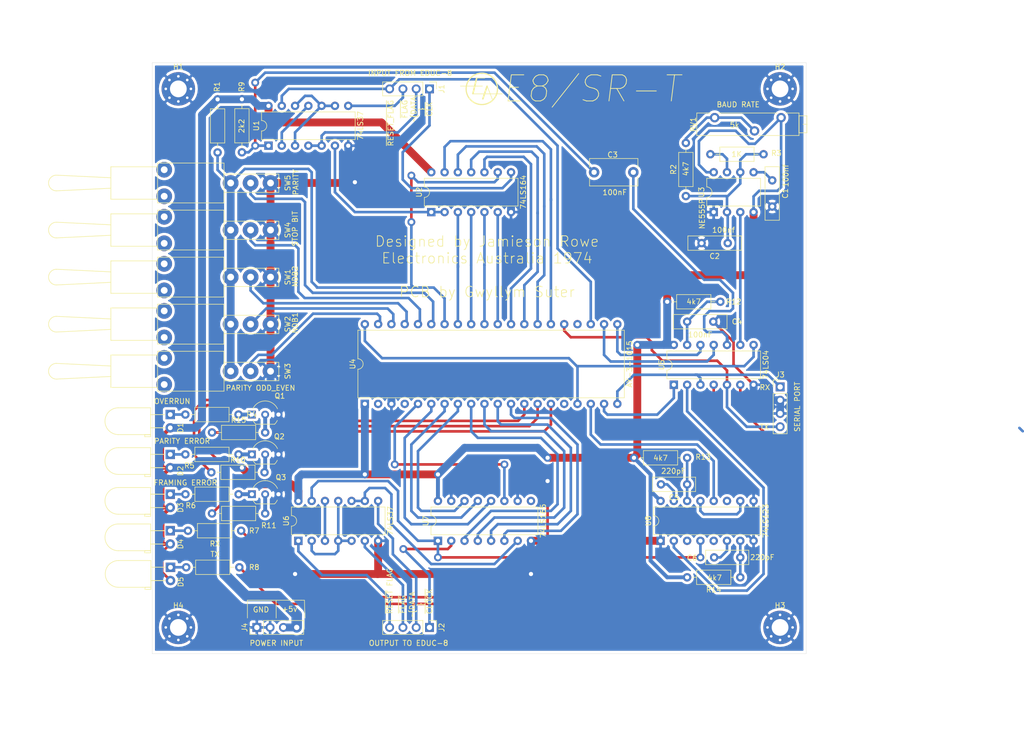
<source format=kicad_pcb>
(kicad_pcb (version 20211014) (generator pcbnew)
  (layers (0 "F.Cu" signal) (31 "B.Cu" signal) (34 "B.Paste" user) (35 "F.Paste" user) (36 "B.SilkS" user "B.Silkscreen") (37 "F.SilkS" user "F.Silkscreen") (38 "B.Mask" user) (39 "F.Mask" user) (44 "Edge.Cuts" user))
  (net 0 "")
  (net 1 "GND")
  (net 2 "Net-(C1-Pad1)")
  (net 3 "Net-(C2-Pad1)")
  (net 4 "+5V")
  (net 5 "Net-(R3-Pad2)")
  (net 6 "Net-(SW1-Pad2)")
  (net 7 "Net-(SW2-Pad2)")
  (net 8 "Net-(SW3-Pad2)")
  (net 9 "Net-(SW4-Pad2)")
  (net 10 "Net-(SW5-Pad2)")
  (net 11 "Net-(U1-Pad6)")
  (net 12 "Net-(U1-Pad11)")
  (net 13 "Net-(U1-Pad10)")
  (net 14 "Net-(U4-Pad16)")
  (net 15 "Net-(U4-Pad12)")
  (net 16 "Net-(U4-Pad11)")
  (net 17 "Net-(U4-Pad10)")
  (net 18 "Net-(U4-Pad9)")
  (net 19 "Net-(U4-Pad8)")
  (net 20 "Net-(U4-Pad7)")
  (net 21 "Net-(U4-Pad6)")
  (net 22 "Net-(U4-Pad5)")
  (net 23 "Net-(U4-Pad24)")
  (net 24 "Net-(U4-Pad4)")
  (net 25 "Net-(U4-Pad2)")
  (net 26 "Net-(U4-Pad21)")
  (net 27 "Net-(U5-Pad2)")
  (net 28 "Net-(D1-Pad1)")
  (net 29 "Net-(D2-Pad1)")
  (net 30 "Net-(D3-Pad1)")
  (net 31 "Net-(D4-Pad1)")
  (net 32 "Net-(R2-Pad2)")
  (net 33 "Net-(R7-Pad1)")
  (net 34 "Net-(D5-Pad1)")
  (net 35 "Net-(R8-Pad1)")
  (net 36 "TX")
  (net 37 "RX")
  (net 38 "OVERRUN")
  (net 39 "Net-(C3-Pad2)")
  (net 40 "Net-(C3-Pad1)")
  (net 41 "Net-(C4-Pad1)")
  (net 42 "Net-(C5-Pad2)")
  (net 43 "Net-(C5-Pad1)")
  (net 44 "Net-(C6-Pad2)")
  (net 45 "Net-(C6-Pad1)")
  (net 46 "~{INPUT_RESET_FLAG}")
  (net 47 "~{INPUT_FLAG}")
  (net 48 "~{INPUT_DATA}")
  (net 49 "~{INPUT_CLOCK}")
  (net 50 "Net-(Q1-Pad1)")
  (net 51 "Net-(Q2-Pad1)")
  (net 52 "Net-(Q2-Pad2)")
  (net 53 "Net-(Q3-Pad1)")
  (net 54 "Net-(Q3-Pad2)")
  (net 55 "PARITY_ERROR")
  (net 56 "FRAMING_ERROR")
  (net 57 "Net-(U2-Pad13)")
  (net 58 "Net-(U2-Pad6)")
  (net 59 "Net-(U2-Pad12)")
  (net 60 "Net-(U2-Pad5)")
  (net 61 "Net-(U2-Pad11)")
  (net 62 "Net-(U2-Pad4)")
  (net 63 "Net-(U2-Pad10)")
  (net 64 "Net-(U2-Pad3)")
  (net 65 "Net-(U3-Pad3)")
  (net 66 "Net-(U4-Pad17)")
  (net 67 "ODA")
  (net 68 "~{RDA}")
  (net 69 "TBMT")
  (net 70 "~{OUTPUT_FLAG}")
  (net 71 "SL")
  (net 72 "Net-(U6-Pad11)")
  (net 73 "Net-(U6-Pad10)")
  (net 74 "OUTPUT_DATA")
  (net 75 "~{OUTPUT_RESET_FLAG}")
  (net 76 "~{OUT_CLOCK}")
  (net 77 "Net-(U7-Pad9)")
  (net 78 "Net-(U8-Pad10)")
  (net 79 "Net-(U8-Pad5)")
  (net 80 "Net-(U8-Pad11)")
  (net 81 "Net-(U8-Pad3)")
  (net 82 "Net-(Q1-Pad2)")
  (net 83 "Net-(U6-Pad12)")
  (net 84 "~{CLR}")
  (footprint "Capacitor_THT:C_Disc_D10.0mm_W2.5mm_P5.00mm" (layer "F.Cu") (at 158.5 69.5 -90)
    (fp_text reference "C1")
    (fp_text value "100nf")
  )
  (footprint "Resistor_THT:R_Axial_DIN0207_L6.3mm_D2.5mm_P10.16mm_Horizontal" (layer "F.Cu") (at 52.5 54 -90)
    (fp_text reference "R1")
    (fp_text value "R")
  )
  (footprint "Resistor_THT:R_Axial_DIN0207_L6.3mm_D2.5mm_P10.16mm_Horizontal" (layer "F.Cu") (at 142 72.5 90)
    (fp_text reference "R2")
    (fp_text value "4k7")
  )
  (footprint "Resistor_THT:R_Axial_DIN0207_L6.3mm_D2.5mm_P10.16mm_Horizontal" (layer "F.Cu") (at 156.845 64.5 180)
    (fp_text reference "R3")
    (fp_text value "1K")
  )
  (footprint "Altronics:S1320_SPDP_Toggle_switch_PCB_right_angle" (layer "F.Cu") (at 55 88 90)
    (fp_text reference "SW1")
    (fp_text value "NDB2")
  )
  (footprint "Altronics:S1320_SPDP_Toggle_switch_PCB_right_angle" (layer "F.Cu") (at 55 97 90)
    (fp_text reference "SW2")
    (fp_text value "NDB1")
  )
  (footprint "Altronics:S1320_SPDP_Toggle_switch_PCB_right_angle" (layer "F.Cu") (at 55 106 90)
    (fp_text reference "SW3")
    (fp_text value " PARITY ODD_EVEN")
  )
  (footprint "Altronics:S1320_SPDP_Toggle_switch_PCB_right_angle" (layer "F.Cu") (at 55 79 90)
    (fp_text reference "SW4")
    (fp_text value "STOP BIT")
  )
  (footprint "Altronics:S1320_SPDP_Toggle_switch_PCB_right_angle" (layer "F.Cu") (at 55 70 90)
    (fp_text reference "SW5")
    (fp_text value "PARITY ")
  )
  (footprint "Package_DIP:DIP-14_W7.62mm" (layer "F.Cu") (at 139.7 108.585 90)
    (fp_text reference "U5")
    (fp_text value "74LS04")
  )
  (footprint "Package_DIP:DIP-8_W7.62mm" (layer "F.Cu") (at 147.32 75.565 90)
    (fp_text reference "U3")
    (fp_text value "NE555P")
  )
  (footprint "Package_DIP:DIP-40_W15.24mm" (layer "F.Cu") (at 80.645 112.24 90)
    (fp_text reference "U4")
    (fp_text value "AY-3-1015")
  )
  (footprint "Package_DIP:DIP-16_W7.62mm" (layer "F.Cu") (at 94.615 138.43 90)
    (fp_text reference "U7")
    (fp_text value "74LS165")
  )
  (footprint "Capacitor_THT:C_Disc_D10.0mm_W2.5mm_P5.00mm" (layer "F.Cu") (at 150 81.5 180)
    (fp_text reference "C2")
    (fp_text value "100nf")
  )
  (footprint "LED_THT:LED_D5.0mm_Horizontal_O3.81mm_Z9.0mm" (layer "F.Cu") (at 43.45 114.285 -90)
    (fp_text reference "D1")
    (fp_text value "OVERRUN")
  )
  (footprint "LED_THT:LED_D5.0mm_Horizontal_O3.81mm_Z9.0mm" (layer "F.Cu") (at 43.45 121.905 -90)
    (fp_text reference "D2")
    (fp_text value "PARITY ERROR")
  )
  (footprint "LED_THT:LED_D5.0mm_Horizontal_O3.81mm_Z9.0mm" (layer "F.Cu") (at 43.45 129.525 -90)
    (fp_text reference "D3")
    (fp_text value "FRAMING ERROR")
  )
  (footprint "LED_THT:LED_D5.0mm_Horizontal_O3.81mm_Z9.0mm" (layer "F.Cu") (at 43.45 136.5 -90)
    (fp_text reference "D4")
    (fp_text value "RX")
  )
  (footprint "Resistor_THT:R_Axial_DIN0207_L6.3mm_D2.5mm_P10.16mm_Horizontal" (layer "F.Cu") (at 56.5 114.285 180)
    (fp_text reference "R4")
    (fp_text value "180R")
  )
  (footprint "Resistor_THT:R_Axial_DIN0207_L6.3mm_D2.5mm_P10.16mm_Horizontal" (layer "F.Cu") (at 56.5 121.905 180)
    (fp_text reference "R5")
    (fp_text value "180R")
  )
  (footprint "Resistor_THT:R_Axial_DIN0207_L6.3mm_D2.5mm_P10.16mm_Horizontal" (layer "F.Cu") (at 56.515 129.525 180)
    (fp_text reference "R6")
    (fp_text value "180R")
  )
  (footprint "Resistor_THT:R_Axial_DIN0207_L6.3mm_D2.5mm_P10.16mm_Horizontal" (layer "F.Cu") (at 57 136.5 180)
    (fp_text reference "R7")
    (fp_text value "180R")
  )
  (footprint "LED_THT:LED_D5.0mm_Horizontal_O3.81mm_Z9.0mm" (layer "F.Cu") (at 43.5 143.495 -90)
    (fp_text reference "D5")
    (fp_text value "TX")
  )
  (footprint "Resistor_THT:R_Axial_DIN0207_L6.3mm_D2.5mm_P10.16mm_Horizontal" (layer "F.Cu") (at 56.66 143.495 180)
    (fp_text reference "R8")
    (fp_text value "180R")
  )
  (footprint "Resistor_THT:R_Axial_DIN0207_L6.3mm_D2.5mm_P10.16mm_Horizontal" (layer "F.Cu") (at 51.435 117.714)
    (fp_text reference "R15")
    (fp_text value "470R")
  )
  (footprint "Capacitor_THT:C_Disc_D9.0mm_W5.0mm_P7.50mm" (layer "F.Cu") (at 124.46 67.945)
    (fp_text reference "C3")
    (fp_text value "100nF")
  )
  (footprint "Capacitor_THT:C_Disc_D10.0mm_W2.5mm_P5.00mm" (layer "F.Cu") (at 142.24 96.52)
    (fp_text reference "C4")
    (fp_text value "100nF")
  )
  (footprint "Capacitor_THT:C_Disc_D8.0mm_W2.5mm_P5.00mm" (layer "F.Cu") (at 142.24 127.635 180)
    (fp_text reference "C5")
    (fp_text value "220pF")
  )
  (footprint "Capacitor_THT:C_Disc_D8.0mm_W2.5mm_P5.00mm" (layer "F.Cu") (at 152.4 141.605 180)
    (fp_text reference "C6")
    (fp_text value "220pF")
  )
  (footprint "Connector_PinHeader_2.54mm:PinHeader_1x04_P2.54mm_Vertical" (layer "F.Cu") (at 93 52 -90)
    (fp_text reference "J1")
    (fp_text value "Conn_01x04_Male")
  )
  (footprint "Package_TO_SOT_THT:TO-92_Inline_Wide" (layer "F.Cu") (at 59.055 114.285)
    (fp_text reference "Q1")
    (fp_text value "BC548")
  )
  (footprint "Package_TO_SOT_THT:TO-92_Inline_Wide" (layer "F.Cu") (at 59.055 121.905)
    (fp_text reference "Q2")
    (fp_text value "BC548")
  )
  (footprint "Package_TO_SOT_THT:TO-92_Inline_Wide" (layer "F.Cu") (at 59.055 129.525)
    (fp_text reference "Q3")
    (fp_text value "BC548")
  )
  (footprint "Resistor_THT:R_Axial_DIN0207_L6.3mm_D2.5mm_P10.16mm_Horizontal" (layer "F.Cu") (at 57.15 64.135 90)
    (fp_text reference "R9")
    (fp_text value "2k2")
  )
  (footprint "Resistor_THT:R_Axial_DIN0207_L6.3mm_D2.5mm_P10.16mm_Horizontal" (layer "F.Cu") (at 51.308 125.334)
    (fp_text reference "R10")
    (fp_text value "470R")
  )
  (footprint "Resistor_THT:R_Axial_DIN0207_L6.3mm_D2.5mm_P10.16mm_Horizontal" (layer "F.Cu") (at 51.435 133.208)
    (fp_text reference "R11")
    (fp_text value "470R")
  )
  (footprint "Resistor_THT:R_Axial_DIN0207_L6.3mm_D2.5mm_P10.16mm_Horizontal" (layer "F.Cu") (at 148.59 92.71 180)
    (fp_text reference "R12")
    (fp_text value "4k7")
  )
  (footprint "Resistor_THT:R_Axial_DIN0207_L6.3mm_D2.5mm_P10.16mm_Horizontal" (layer "F.Cu") (at 142.24 122.555 180)
    (fp_text reference "R13")
    (fp_text value "4k7")
  )
  (footprint "Resistor_THT:R_Axial_DIN0207_L6.3mm_D2.5mm_P10.16mm_Horizontal" (layer "F.Cu") (at 152.4 145.415 180)
    (fp_text reference "R14")
    (fp_text value "4k7")
  )
  (footprint "Potentiometer_THT:Potentiometer_Bourns_3005_Horizontal" (layer "F.Cu") (at 147.5 57.5 180)
    (fp_text reference "RV1")
    (fp_text value "5k")
  )
  (footprint "Package_DIP:DIP-14_W7.62mm" (layer "F.Cu") (at 62.23 62.865 90)
    (fp_text reference "U1")
    (fp_text value "74LS37")
  )
  (footprint "Package_DIP:DIP-14_W7.62mm" (layer "F.Cu") (at 93.345 75.565 90)
    (fp_text reference "U2")
    (fp_text value "74LS164")
  )
  (footprint "Package_DIP:DIP-14_W7.62mm" (layer "F.Cu") (at 67.945 138.43 90)
    (fp_text reference "U6")
    (fp_text value "74LS37")
  )
  (footprint "Package_DIP:DIP-16_W7.62mm" (layer "F.Cu") (at 137.16 138.43 90)
    (fp_text reference "U8")
    (fp_text value "74LS123")
  )
  (footprint "MountingHole:MountingHole_3.2mm_M3_Pad_Via" (layer "F.Cu") (at 45 52)
    (fp_text reference "H1")
    (fp_text value "MountingHole_Pad")
  )
  (footprint "MountingHole:MountingHole_3.2mm_M3_Pad_Via" (layer "F.Cu") (at 160 52)
    (fp_text reference "H2")
    (fp_text value "MountingHole_Pad")
  )
  (footprint "MountingHole:MountingHole_3.2mm_M3_Pad_Via" (layer "F.Cu") (at 160 155)
    (fp_text reference "H3")
    (fp_text value "MountingHole_Pad")
  )
  (footprint "MountingHole:MountingHole_3.2mm_M3_Pad_Via" (layer "F.Cu") (at 45 155)
    (fp_text reference "H4")
    (fp_text value "MountingHole_Pad")
  )
  (footprint "Connector_PinHeader_2.54mm:PinHeader_1x04_P2.54mm_Vertical" (layer "F.Cu") (at 93 155 -90)
    (fp_text reference "J2")
    (fp_text value "Conn_01x04_Male")
  )
  (footprint "Connector_PinHeader_2.54mm:PinHeader_1x04_P2.54mm_Vertical" (layer "F.Cu") (at 160.02 109)
    (fp_text reference "J3")
    (fp_text value "Conn_01x04_Male")
  )
  (footprint "EDUC-8:EA_Symbol" (layer "F.Cu") (at 103 52)
    (fp_text reference "REF**" hide)
    (fp_text value "EA_Symbol" hide)
  )
  (footprint "Connector_PinHeader_2.54mm:PinHeader_1x04_P2.54mm_Vertical" (layer "F.Cu") (at 60 155 90)
    (fp_text reference "J4")
    (fp_text value "Conn_01x04_Male")
  )
  (gr_line (start 68.5 149.8) (end 69.1 149.8) (layer "F.SilkS") (width 0.12))
  (gr_line (start 58.2 149.8) (end 68.5 149.8) (layer "F.SilkS") (width 0.12))
  (gr_line (start 63.7 153.2) (end 63.7 149.8) (layer "F.SilkS") (width 0.12))
  (gr_line (start 58.2 153.2) (end 58.2 149.8) (layer "F.SilkS") (width 0.12))
  (gr_line (start 69.1 149.8) (end 69.2 153.2) (layer "F.SilkS") (width 0.12))
  (gr_line (start 40 47) (end 40 160) (layer "Edge.Cuts") (width 0.05))
  (gr_line (start 40 160) (end 165 160) (layer "Edge.Cuts") (width 0.05))
  (gr_line (start 165 160) (end 165 47) (layer "Edge.Cuts") (width 0.05))
  (gr_line (start 165 47) (end 40 47) (layer "Edge.Cuts") (width 0.05))
  (gr_text "~{CLOCK}" (at 93 150 90) (layer "F.SilkS") (effects (font (size 1 1))))
  (gr_text "~{FLAG}" (at 88.265 55.88 90) (layer "F.SilkS") (effects (font (size 1 1))))
  (gr_text "POWER INPUT" (at 63.75 158) (layer "F.SilkS") (effects (font (size 1 1))))
  (gr_text "BAUD RATE" (at 152 55) (layer "F.SilkS") (effects (font (size 1 1))))
  (gr_text "~{FLAG}" (at 87.9 150.6 90) (layer "F.SilkS") (effects (font (size 1 1))))
  (gr_text "+5v" (at 66.25 151.5) (layer "F.SilkS") (effects (font (size 1 1))))
  (gr_text "RX" (at 157.1 109.1) (layer "F.SilkS") (effects (font (size 1 1))))
  (gr_text "~{RESET_FLAG}" (at 85.598 58.547 90) (layer "F.SilkS") (effects (font (size 1 1))))
  (gr_text "INPUT FROM EDUC-8" (at 89.3 49) (layer "F.SilkS") (effects (font (size 1 1))))
  (gr_text "~{DATA\n}" (at 90.805 55.88 90) (layer "F.SilkS") (effects (font (size 1 1))))
  (gr_text "GND" (at 60.8 151.6) (layer "F.SilkS") (effects (font (size 1 1))))
  (gr_text "OUTPUT TO EDUC-8" (at 89 158) (layer "F.SilkS") (effects (font (size 1 1))))
  (gr_text "~{CLK}" (at 93 55.88 90) (layer "F.SilkS") (effects (font (size 1 1))))
  (gr_text "SERIAL PORT" (at 163.3 112.8 90) (layer "F.SilkS") (effects (font (size 1 1))))
  (gr_text "E8/SR-T" (at 124 52) (layer "F.SilkS") (effects (font (size 5 5) (thickness 0.15) italic)))
  (gr_text "~{DATA\n}" (at 90.5 150.6 90) (layer "F.SilkS") (effects (font (size 1 1))))
  (gr_text "TX" (at 157 116.7) (layer "F.SilkS") (effects (font (size 1 1))))
  (gr_text "~{RESET} FLAG" (at 85.4 148 90) (layer "F.SilkS") (effects (font (size 1 1))))
  (gr_text "Designed by Jamieson Rowe\nElectronics Australia 1974\n\nPCB by Gwyllym Suter" (at 104 86) (layer "F.SilkS") (effects (font (size 2 2))))
  (segment (start 206.375 117.475) (end 205.74 116.84) (width 0.5) (layer "B.Cu") (net 0))
  (segment (start 115.57 138.43) (end 112.395 138.43) (width 1.5) (layer "F.Cu") (net 1))
  (segment (start 83.09 144.78) (end 112.395 144.78) (width 1.5) (layer "F.Cu") (net 1))
  (segment (start 62.62 70) (end 78.59 70) (width 1.5) (layer "F.Cu") (net 1))
  (segment (start 83.185 138.43) (end 83.185 144.685) (width 1.5) (layer "F.Cu") (net 1))
  (segment (start 151.110001 100.390001) (end 151.110001 104.755001) (width 0.5) (layer "F.Cu") (net 1))
  (segment (start 151.110001 104.755001) (end 154.94 108.585) (width 0.5) (layer "F.Cu") (net 1))
  (segment (start 137.16 138.43) (end 115.57 138.43) (width 1.5) (layer "F.Cu") (net 1))
  (segment (start 83.09 144.78) (end 83.185 144.685) (width 1.5) (layer "F.Cu") (net 1))
  (segment (start 67.31 144.78) (end 83.09 144.78) (width 1.5) (layer "F.Cu") (net 1))
  (segment (start 115.57 127) (end 115.57 138.43) (width 0.5) (layer "F.Cu") (net 1))
  (segment (start 62.62 70) (end 62.62 106) (width 1.5) (layer "F.Cu") (net 1))
  (segment (start 78.59 70) (end 78.74 69.85) (width 1.5) (layer "F.Cu") (net 1))
  (segment (start 147.24 96.52) (end 151.110001 100.390001) (width 0.5) (layer "F.Cu") (net 1))
  (via (at 115.57 127) (size 1.5) (drill 0.8) (layers "F.Cu" "B.Cu") (net 1))
  (via (at 78.74 69.85) (size 1.5) (drill 0.8) (layers "F.Cu" "B.Cu") (net 1))
  (via (at 67.31 144.78) (size 1.5) (drill 0.8) (layers "F.Cu" "B.Cu") (net 1))
  (via (at 112.395 144.78) (size 1.5) (drill 0.8) (layers "F.Cu" "B.Cu") (net 1))
  (segment (start 85.725 112.24) (end 85.725 107.95) (width 1.5) (layer "B.Cu") (net 1))
  (segment (start 154.94 109.94) (end 156.54 111.54) (width 1.5) (layer "B.Cu") (net 1))
  (segment (start 62.62 106) (end 62.62 110.23) (width 1.5) (layer "B.Cu") (net 1))
  (segment (start 64.135 129.525) (end 64.135 141.605) (width 1.5) (layer "B.Cu") (net 1))
  (segment (start 109.855 130.81) (end 109.855 128.27) (width 0.5) (layer "B.Cu") (net 1))
  (segment (start 115.57 125.73) (end 112.395 122.555) (width 0.5) (layer "B.Cu") (net 1))
  (segment (start 112.395 122.555) (end 100.965 122.555) (width 0.5) (layer "B.Cu") (net 1))
  (segment (start 107.315 72.39) (end 81.28 72.39) (width 1.5) (layer "B.Cu") (net 1))
  (segment (start 152.4 135.89) (end 137.795 135.89) (width 0.5) (layer "B.Cu") (net 1))
  (segment (start 147.32 79.18) (end 145 81.5) (width 0.5) (layer "B.Cu") (net 1))
  (segment (start 112.395 144.78) (end 112.395 138.43) (width 1.5) (layer "B.Cu") (net 1))
  (segment (start 108.585 73.66) (end 107.315 72.39) (width 1.5) (layer "B.Cu") (net 1))
  (segment (start 137.16 136.525) (end 137.16 138.43) (width 0.5) (layer "B.Cu") (net 1))
  (segment (start 147.32 75.565) (end 147.32 79.18) (width 0.5) (layer "B.Cu") (net 1))
  (segment (start 64.135 111.745) (end 64.135 129.525) (width 1.5) (layer "B.Cu") (net 1))
  (segment (start 64.135 141.605) (end 67.31 144.78) (width 1.5) (layer "B.Cu") (net 1))
  (segment (start 154.94 108.585) (end 154.94 109.94) (width 1.5) (layer "B.Cu") (net 1))
  (segment (start 83.775 106) (end 62.62 106) (width 1.5) (layer "B.Cu") (net 1))
  (segment (start 85.725 107.95) (end 83.775 106) (width 1.5) (layer "B.Cu") (net 1))
  (segment (start 109.855 128.27) (end 111.125 127) (width 0.5) (layer "B.Cu") (net 1))
  (segment (start 154.94 130.81) (end 154.94 138.43) (width 0.5) (layer "B.Cu") (net 1))
  (segment (start 62.62 110.23) (end 64.135 111.745) (width 1.5) (layer "B.Cu") (net 1))
  (segment (start 100.965 122.555) (end 97.155 126.365) (width 0.5) (layer "B.Cu") (net 1))
  (segment (start 77.47 68.58) (end 77.47 62.865) (width 1.5) (layer "B.Cu") (net 1))
  (segment (start 160.02 114.08) (end 160.02 111.54) (width 1.5) (layer "B.Cu") (net 1))
  (segment (start 115.57 127) (end 115.57 125.73) (width 0.5) (layer "B.Cu") (net 1))
  (segment (start 97.155 126.365) (end 97.155 130.81) (width 0.5) (layer "B.Cu") (net 1))
  (segment (start 160.02 111.54) (end 156.54 111.54) (width 1.5) (layer "B.Cu") (net 1))
  (segment (start 81.28 72.39) (end 77.47 68.58) (width 1.5) (layer "B.Cu") (net 1))
  (segment (start 137.795 135.89) (end 137.16 136.525) (width 0.5) (layer "B.Cu") (net 1))
  (segment (start 108.585 75.565) (end 108.585 73.66) (width 1.5) (layer "B.Cu") (net 1))
  (segment (start 154.94 138.43) (end 152.4 135.89) (width 0.5) (layer "B.Cu") (net 1))
  (segment (start 111.125 127) (end 115.57 127) (width 0.5) (layer "B.Cu") (net 1))
  (segment (start 154.94 67.945) (end 156.945 67.945) (width 0.5) (layer "B.Cu") (net 2))
  (segment (start 156.945 67.945) (end 158.5 69.5) (width 0.5) (layer "B.Cu") (net 2))
  (segment (start 142 72.5) (end 149.72 72.5) (width 0.5) (layer "B.Cu") (net 3))
  (segment (start 150 81.5) (end 150 75.705) (width 0.5) (layer "B.Cu") (net 3))
  (segment (start 152.4 70.1) (end 152.4 67.945) (width 0.5) (layer "B.Cu") (net 3))
  (segment (start 149.86 75.565) (end 149.86 72.64) (width 0.5) (layer "B.Cu") (net 3))
  (segment (start 152.4 65.6) (end 152.4 67.945) (width 0.5) (layer "B.Cu") (net 3))
  (segment (start 149.72 72.5) (end 149.86 72.64) (width 0.5) (layer "B.Cu") (net 3))
  (segment (start 149.86 72.64) (end 152.4 70.1) (width 0.5) (layer "B.Cu") (net 3))
  (segment (start 150 75.705) (end 149.86 75.565) (width 0.5) (layer "B.Cu") (net 3))
  (segment (start 153.5 64.5) (end 152.4 65.6) (width 0.5) (layer "B.Cu") (net 3))
  (segment (start 156.845 64.5) (end 153.5 64.5) (width 0.5) (layer "B.Cu") (net 3))
  (segment (start 66.62 127.62) (end 67.945 128.945) (width 1.5) (layer "F.Cu") (net 4))
  (segment (start 138.43 91.44) (end 142.24 87.63) (width 1.5) (layer "F.Cu") (net 4))
  (segment (start 132.715 121.92) (end 132.08 122.555) (width 1.5) (layer "F.Cu") (net 4))
  (segment (start 142.24 87.63) (end 154.305 87.63) (width 1.5) (layer "F.Cu") (net 4))
  (segment (start 154.94 86.995) (end 154.94 75.565) (width 1.5) (layer "F.Cu") (net 4))
  (segment (start 62.23 55.245) (end 62.23 57.785) (width 1.5) (layer "F.Cu") (net 4))
  (segment (start 43.45 132.065) (end 42.177208 132.065) (width 0.75) (layer "F.Cu") (net 4))
  (segment (start 43.45 139.04) (end 41.91 140.58) (width 0.5) (layer "F.Cu") (net 4))
  (segment (start 83.82 58.42) (end 93.345 67.945) (width 1.5) (layer "F.Cu") (net 4))
  (segment (start 62.23 57.785) (end 62.865 58.42) (width 1.5) (layer "F.Cu") (net 4))
  (segment (start 80.645 125.73) (end 94.615 125.73) (width 1.5) (layer "F.Cu") (net 4))
  (segment (start 67.945 128.945) (end 67.945 130.81) (width 1.5) (layer "F.Cu") (net 4))
  (segment (start 41.974999 125.920001) (end 43.45 124.445) (width 0.75) (layer "F.Cu") (net 4))
  (segment (start 132.715 100.965) (end 132.715 121.92) (width 1.5) (layer "F.Cu") (net 4))
  (segment (start 41.91 118.365) (end 43.45 116.825) (width 0.75) (layer "F.Cu") (net 4))
  (segment (start 43.45 124.445) (end 42.177208 124.445) (width 0.75) (layer "F.Cu") (net 4))
  (segment (start 41.91 140.58) (end 41.91 144.445) (width 0.5) (layer "F.Cu") (net 4))
  (segment (start 41.91 124.177792) (end 41.91 118.365) (width 0.75) (layer "F.Cu") (net 4))
  (segment (start 41.91 144.445) (end 43.5 146.035) (width 0.5) (layer "F.Cu") (net 4))
  (segment (start 41.974999 133.540001) (end 43.45 132.065) (width 0.75) (layer "F.Cu") (net 4))
  (segment (start 42.177208 132.065) (end 41.974999 131.862791) (width 0.75) (layer "F.Cu") (net 4))
  (segment (start 154.305 87.63) (end 154.94 86.995) (width 1.5) (layer "F.Cu") (net 4))
  (segment (start 42.177208 139.04) (end 41.974999 138.837791) (width 0.75) (layer "F.Cu") (net 4))
  (segment (start 132.08 122.555) (end 115.57 122.555) (width 1.5) (layer "F.Cu") (net 4))
  (segment (start 60.325 127.62) (end 57.15 124.445) (width 1.5) (layer "F.Cu") (net 4))
  (segment (start 41.974999 138.837791) (end 41.974999 133.540001) (width 0.75) (layer "F.Cu") (net 4))
  (segment (start 43.45 139.04) (end 42.177208 139.04) (width 0.75) (layer "F.Cu") (net 4))
  (segment (start 60.325 127.62) (end 66.62 127.62) (width 1.5) (layer "F.Cu") (net 4))
  (segment (start 41.974999 131.862791) (end 41.974999 125.920001) (width 0.75) (layer "F.Cu") (net 4))
  (segment (start 62.865 58.42) (end 83.82 58.42) (width 1.5) (layer "F.Cu") (net 4))
  (segment (start 42.177208 124.445) (end 41.91 124.177792) (width 0.75) (layer "F.Cu") (net 4))
  (segment (start 138.43 92.71) (end 138.43 91.44) (width 1.5) (layer "F.Cu") (net 4))
  (via (at 80.645 125.73) (size 1.5) (drill 0.8) (layers "F.Cu" "B.Cu") (net 4))
  (via (at 115.57 122.555) (size 1.5) (drill 0.8) (layers "F.Cu" "B.Cu") (net 4))
  (via (at 94.615 125.73) (size 1.5) (drill 0.8) (layers "F.Cu" "B.Cu") (net 4))
  (via (at 132.715 100.965) (size 1.5) (drill 0.8) (layers "F.Cu" "B.Cu") (net 4))
  (via (at 57.15 124.445) (size 1.5) (drill 0.8) (layers "F.Cu" "B.Cu") (net 4))
  (segment (start 160.2 57.5) (end 160.2 70.8) (width 0.5) (layer "B.Cu") (net 4))
  (segment (start 138.43 100.33) (end 137.795 100.965) (width 1.5) (layer "B.Cu") (net 4))
  (segment (start 144.5 66.5) (end 144.5 62) (width 0.5) (layer "B.Cu") (net 4))
  (segment (start 48.275 116.825) (end 49.53 115.57) (width 1.5) (layer "B.Cu") (net 4))
  (segment (start 94.615 130.81) (end 94.615 125.73) (width 0.75) (layer "B.Cu") (net 4))
  (segment (start 67.62 152.62) (end 67.62 155) (width 2) (layer "B.Cu") (net 4))
  (segment (start 57.125 54) (end 57.15 53.975) (width 1.5) (layer "B.Cu") (net 4))
  (segment (start 58 149) (end 64 149) (width 2) (layer "B.Cu") (net 4))
  (segment (start 138.43 145.415) (end 142.24 145.415) (width 0.75) (layer "B.Cu") (net 4))
  (segment (start 113.665 120.65) (end 99.695 120.65) (width 1.5) (layer "B.Cu") (net 4))
  (segment (start 68.58 125.73) (end 67.945 126.365) (width 1.5) (layer "B.Cu") (net 4))
  (segment (start 154.94 72.56) (end 154.94 75.565) (width 0.5) (layer "B.Cu") (net 4))
  (segment (start 115.57 122.555) (end 113.665 120.65) (width 1.5) (layer "B.Cu") (net 4))
  (segment (start 67.945 126.365) (end 67.945 130.81) (width 1.5) (layer "B.Cu") (net 4))
  (segment (start 147.32 67.945) (end 145.945 67.945) (width 0.5) (layer "B.Cu") (net 4))
  (segment (start 47.625 124.445) (end 43.45 124.445) (width 1.5) (layer "B.Cu") (net 4))
  (segment (start 137.795 100.965) (end 132.715 100.965) (width 1.5) (layer "B.Cu") (net 4))
  (segment (start 54.81934 123.175) (end 53.825 123.175) (width 1.5) (layer "B.Cu") (net 4))
  (segment (start 139.7 100.965) (end 137.795 100.965) (width 1.5) (layer "B.Cu") (net 4))
  (segment (start 138.43 92.71) (end 138.43 100.33) (width 1.5) (layer "B.Cu") (net 4))
  (segment (start 145.945 67.945) (end 144.5 66.5) (width 0.5) (layer "B.Cu") (net 4))
  (segment (start 80.645 112.24) (end 80.645 125.73) (width 1.5) (layer "B.Cu") (net 4))
  (segment (start 160.2 70.8) (end 159.5 71.5) (width 0.5) (layer "B.Cu") (net 4))
  (segment (start 49.53 56.97) (end 52.5 54) (width 1.5) (layer "B.Cu") (net 4))
  (segment (start 60.325 55.245) (end 62.23 55.245) (width 1.5) (layer "B.Cu") (net 4))
  (segment (start 48.895 123.175) (end 47.625 124.445) (width 1.5) (layer "B.Cu") (net 4))
  (segment (start 43.45 116.825) (end 48.275 116.825) (width 1.5) (layer "B.Cu") (net 4))
  (segment (start 99.695 120.65) (end 94.615 125.73) (width 1.5) (layer "B.Cu") (net 4))
  (segment (start 156 71.5) (end 154.94 72.56) (width 0.5) (layer "B.Cu") (net 4))
  (segment (start 154 62.5) (end 155.2 62.5) (width 0.5) (layer "B.Cu") (net 4))
  (segment (start 60.325 55.245) (end 59.055 53.975) (width 1.5) (layer "B.Cu") (net 4))
  (segment (start 135.255 142.24) (end 138.43 145.415) (width 0.75) (layer "B.Cu") (net 4))
  (segment (start 155.2 62.5) (end 160.2 57.5) (width 0.5) (layer "B.Cu") (net 4))
  (segment (start 57.15 124.445) (end 56.08934 124.445) (width 1.5) (layer "B.Cu") (net 4))
  (segment (start 49.53 115.57) (end 49.53 56.97) (width 1.5) (layer "B.Cu") (net 4))
  (segment (start 53.825 144.825) (end 58 149) (width 2) (layer "B.Cu") (net 4))
  (segment (start 151.5 60) (end 154 62.5) (width 0.5) (layer "B.Cu") (net 4))
  (segment (start 80.645 125.73) (end 68.58 125.73) (width 1.5) (layer "B.Cu") (net 4))
  (segment (start 144.5 62) (end 146.5 60) (width 0.5) (layer "B.Cu") (net 4))
  (segment (start 53.825 123.175) (end 53.825 144.825) (width 2) (layer "B.Cu") (net 4))
  (segment (start 52.5 54) (end 57.125 54) (width 1.5) (layer "B.Cu") (net 4))
  (segment (start 57.15 53.975) (end 59.055 53.975) (width 1.5) (layer "B.Cu") (net 4))
  (segment (start 146.5 60) (end 151.5 60) (width 0.5) (layer "B.Cu") (net 4))
  (segment (start 135.255 125.73) (end 135.255 128.905) (width 0.75) (layer "B.Cu") (net 4))
  (segment (start 65.08 155) (end 67.62 155) (width 1.5) (layer "B.Cu") (net 4))
  (segment (start 56.08934 124.445) (end 54.81934 123.175) (width 1.5) (layer "B.Cu") (net 4))
  (segment (start 159.5 71.5) (end 156 71.5) (width 0.5) (layer "B.Cu") (net 4))
  (segment (start 132.08 122.555) (end 135.255 125.73) (width 0.75) (layer "B.Cu") (net 4))
  (segment (start 64 149) (end 67.62 152.62) (width 2) (layer "B.Cu") (net 4))
  (segment (start 135.255 128.905) (end 135.255 142.24) (width 0.75) (layer "B.Cu") (net 4))
  (segment (start 135.255 128.905) (end 137.16 130.81) (width 0.75) (layer "B.Cu") (net 4))
  (segment (start 53.825 123.175) (end 48.895 123.175) (width 1.5) (layer "B.Cu") (net 4))
  (segment (start 146.685 64.5) (end 149 64.5) (width 0.5) (layer "B.Cu") (net 5))
  (segment (start 149.86 65.36) (end 149.86 67.945) (width 0.5) (layer "B.Cu") (net 5))
  (segment (start 149 64.5) (end 149.86 65.36) (width 0.5) (layer "B.Cu") (net 5))
  (segment (start 58.81 90.56) (end 58.81 88) (width 0.5) (layer "B.Cu") (net 6))
  (segment (start 61.25 93) (end 58.81 90.56) (width 0.5) (layer "B.Cu") (net 6))
  (segment (start 87 93) (end 61.25 93) (width 0.5) (layer "B.Cu") (net 6))
  (segment (start 88.62 97) (end 88.62 94.62) (width 0.5) (layer "B.Cu") (net 6))
  (segment (start 88.62 94.62) (end 87 93) (width 0.5) (layer "B.Cu") (net 6))
  (segment (start 62.733998 94) (end 62.713998 93.98) (width 0.5) (layer "B.Cu") (net 7))
  (segment (start 86.08 97) (end 86.08 95.08) (width 0.5) (layer "B.Cu") (net 7))
  (segment (start 61.83 93.98) (end 58.81 97) (width 0.5) (layer "B.Cu") (net 7))
  (segment (start 86.08 95.08) (end 85 94) (width 0.5) (layer "B.Cu") (net 7))
  (segment (start 85 94) (end 62.733998 94) (width 0.5) (layer "B.Cu") (net 7))
  (segment (start 62.713998 93.98) (end 61.83 93.98) (width 0.5) (layer "B.Cu") (net 7))
  (segment (start 58.81 104.385) (end 58.81 106) (width 0.5) (layer "B.Cu") (net 8))
  (segment (start 83.54 95.54) (end 83 95) (width 0.5) (layer "B.Cu") (net 8))
  (segment (start 83.54 97) (end 83.54 95.54) (width 0.5) (layer "B.Cu") (net 8))
  (segment (start 70.735 95) (end 62.865 102.87) (width 0.5) (layer "B.Cu") (net 8))
  (segment (start 62.865 102.87) (end 60.325 102.87) (width 0.5) (layer "B.Cu") (net 8))
  (segment (start 83 95) (end 70.735 95) (width 0.5) (layer "B.Cu") (net 8))
  (segment (start 60.325 102.87) (end 58.81 104.385) (width 0.5) (layer "B.Cu") (net 8))
  (segment (start 67.945 90.805) (end 67.945 82.55) (width 0.5) (layer "B.Cu") (net 9))
  (segment (start 59.69 81.915) (end 58.81 81.035) (width 0.5) (layer "B.Cu") (net 9))
  (segment (start 91.16 97) (end 91.16 94.16) (width 0.5) (layer "B.Cu") (net 9))
  (segment (start 67.945 82.55) (end 67.31 81.915) (width 0.5) (layer "B.Cu") (net 9))
  (segment (start 58.81 81.035) (end 58.81 79) (width 0.5) (layer "B.Cu") (net 9))
  (segment (start 91.16 94.16) (end 89 92) (width 0.5) (layer "B.Cu") (net 9))
  (segment (start 69.14 92) (end 67.945 90.805) (width 0.5) (layer "B.Cu") (net 9))
  (segment (start 89 92) (end 69.14 92) (width 0.5) (layer "B.Cu") (net 9))
  (segment (start 67.31 81.915) (end 59.69 81.915) (width 0.5) (layer "B.Cu") (net 9))
  (segment (start 93.7 92.7) (end 92 91) (width 0.5) (layer "B.Cu") (net 10))
  (segment (start 70.68 91) (end 69.215 89.535) (width 0.5) (layer "B.Cu") (net 10))
  (segment (start 58.81 72.145) (end 58.81 70) (width 0.5) (layer "B.Cu") (net 10))
  (segment (start 69.215 89.535) (end 69.215 73.66) (width 0.5) (layer "B.Cu") (net 10))
  (segment (start 69.215 73.66) (end 68.58 73.025) (width 0.5) (layer "B.Cu") (net 10))
  (segment (start 92 91) (end 70.68 91) (width 0.5) (layer "B.Cu") (net 10))
  (segment (start 93.7 97) (end 93.7 92.7) (width 0.5) (layer "B.Cu") (net 10))
  (segment (start 68.58 73.025) (end 59.69 73.025) (width 0.5) (layer "B.Cu") (net 10))
  (segment (start 59.69 73.025) (end 58.81 72.145) (width 0.5) (layer "B.Cu") (net 10))
  (segment (start 74.93 62.865) (end 74.93 71.755) (width 0.5) (layer "B.Cu") (net 11))
  (segment (start 78.74 75.565) (end 95.885 75.565) (width 0.5) (layer "B.Cu") (net 11))
  (segment (start 74.93 71.755) (end 78.74 75.565) (width 0.5) (layer "B.Cu") (net 11))
  (segment (start 69.85 55.245) (end 64.77 60.325) (width 0.5) (layer "B.Cu") (net 12))
  (segment (start 64.77 60.325) (end 64.77 62.865) (width 0.5) (layer "B.Cu") (net 12))
  (segment (start 67.31 55.245) (end 69.215 53.34) (width 0.5) (layer "B.Cu") (net 13))
  (segment (start 70.485 53.34) (end 72.39 55.245) (width 0.5) (layer "B.Cu") (net 13))
  (segment (start 72.39 55.245) (end 67.31 60.325) (width 0.5) (layer "B.Cu") (net 13))
  (segment (start 72.39 55.245) (end 74.93 55.245) (width 0.5) (layer "B.Cu") (net 13))
  (segment (start 69.215 53.34) (end 70.485 53.34) (width 0.5) (layer "B.Cu") (net 13))
  (segment (start 67.31 60.325) (end 67.31 62.865) (width 0.5) (layer "B.Cu") (net 13))
  (segment (start 118.11 136.525) (end 121.285 133.35) (width 0.5) (layer "B.Cu") (net 15))
  (segment (start 109.22 114.935) (end 108.585 114.3) (width 0.5) (layer "B.Cu") (net 15))
  (segment (start 107.95 136.525) (end 118.11 136.525) (width 0.5) (layer "B.Cu") (net 15))
  (segment (start 108.585 114.3) (end 108.585 112.24) (width 0.5) (layer "B.Cu") (net 15))
  (segment (start 121.285 120.015) (end 116.205 114.935) (width 0.5) (layer "B.Cu") (net 15))
  (segment (start 121.285 133.35) (end 121.285 120.015) (width 0.5) (layer "B.Cu") (net 15))
  (segment (start 107.315 137.16) (end 107.95 136.525) (width 0.5) (layer "B.Cu") (net 15))
  (segment (start 107.315 138.43) (end 107.315 137.16) (width 0.5) (layer "B.Cu") (net 15))
  (segment (start 116.205 114.935) (end 109.22 114.935) (width 0.5) (layer "B.Cu") (net 15))
  (segment (start 104.775 138.43) (end 104.775 136.525) (width 0.5) (layer "B.Cu") (net 16))
  (segment (start 106.68 116.205) (end 106.045 115.57) (width 0.5) (layer "B.Cu") (net 16))
  (segment (start 106.045 115.57) (end 106.045 112.24) (width 0.5) (layer "B.Cu") (net 16))
  (segment (start 120.015 132.715) (end 120.015 120.65) (width 0.5) (layer "B.Cu") (net 16))
  (segment (start 117.475 135.255) (end 120.015 132.715) (width 0.5) (layer "B.Cu") (net 16))
  (segment (start 115.57 116.205) (end 106.68 116.205) (width 0.5) (layer "B.Cu") (net 16))
  (segment (start 106.045 135.255) (end 117.475 135.255) (width 0.5) (layer "B.Cu") (net 16))
  (segment (start 104.775 136.525) (end 106.045 135.255) (width 0.5) (layer "B.Cu") (net 16))
  (segment (start 120.015 120.65) (end 115.57 116.205) (width 0.5) (layer "B.Cu") (net 16))
  (segment (start 104.775 117.475) (end 103.505 116.205) (width 0.5) (layer "B.Cu") (net 17))
  (segment (start 118.745 132.08) (end 118.745 121.285) (width 0.5) (layer "B.Cu") (net 17))
  (segment (start 102.235 137.16) (end 105.41 133.985) (width 0.5) (layer "B.Cu") (net 17))
  (segment (start 103.505 116.205) (end 103.505 112.24) (width 0.5) (layer "B.Cu") (net 17))
  (segment (start 114.935 117.475) (end 104.775 117.475) (width 0.5) (layer "B.Cu") (net 17))
  (segment (start 118.745 121.285) (end 114.935 117.475) (width 0.5) (layer "B.Cu") (net 17))
  (segment (start 102.235 138.43) (end 102.235 137.16) (width 0.5) (layer "B.Cu") (net 17))
  (segment (start 105.41 133.985) (end 116.84 133.985) (width 0.5) (layer "B.Cu") (net 17))
  (segment (start 116.84 133.985) (end 118.745 132.08) (width 0.5) (layer "B.Cu") (net 17))
  (segment (start 99.695 137.795) (end 99.695 138.43) (width 0.5) (layer "B.Cu") (net 18))
  (segment (start 117.475 131.445) (end 116.205 132.715) (width 0.5) (layer "B.Cu") (net 18))
  (segment (start 104.775 132.715) (end 99.695 137.795) (width 0.5) (layer "B.Cu") (net 18))
  (segment (start 116.205 132.715) (end 104.775 132.715) (width 0.5) (layer "B.Cu") (net 18))
  (segment (start 100.965 112.24) (end 100.965 117.475) (width 0.5) (layer "B.Cu") (net 18))
  (segment (start 102.235 118.745) (end 114.3 118.745) (width 0.5) (layer "B.Cu") (net 18))
  (segment (start 114.3 118.745) (end 117.475 121.92) (width 0.5) (layer "B.Cu") (net 18))
  (segment (start 117.475 121.92) (end 117.475 131.445) (width 0.5) (layer "B.Cu") (net 18))
  (segment (start 100.965 117.475) (end 102.235 118.745) (width 0.5) (layer "B.Cu") (net 18))
  (segment (start 90.805 121.285) (end 98.425 113.665) (width 0.5) (layer "B.Cu") (net 19))
  (segment (start 90.805 132.08) (end 90.805 121.285) (width 0.5) (layer "B.Cu") (net 19))
  (segment (start 91.44 132.715) (end 90.805 132.08) (width 0.5) (layer "B.Cu") (net 19))
  (segment (start 98.425 113.665) (end 98.425 112.24) (width 0.5) (layer "B.Cu") (net 19))
  (segment (start 97.79 132.715) (end 91.44 132.715) (width 0.5) (layer "B.Cu") (net 19))
  (segment (start 99.695 130.81) (end 97.79 132.715) (width 0.5) (layer "B.Cu") (net 19))
  (segment (start 95.885 113.665) (end 95.885 112.24) (width 0.5) (layer "B.Cu") (net 20))
  (segment (start 89.535 120.015) (end 95.885 113.665) (width 0.5) (layer "B.Cu") (net 20))
  (segment (start 89.535 132.715) (end 89.535 120.015) (width 0.5) (layer "B.Cu") (net 20))
  (segment (start 90.805 133.985) (end 89.535 132.715) (width 0.5) (layer "B.Cu") (net 20))
  (segment (start 99.06 133.985) (end 90.805 133.985) (width 0.5) (layer "B.Cu") (net 20))
  (segment (start 102.235 130.81) (end 99.06 133.985) (width 0.5) (layer "B.Cu") (net 20))
  (segment (start 93.345 113.665) (end 93.345 112.24) (width 0.5) (layer "B.Cu") (net 21))
  (segment (start 88.265 118.745) (end 93.345 113.665) (width 0.5) (layer "B.Cu") (net 21))
  (segment (start 104.775 130.81) (end 100.33 135.255) (width 0.5) (layer "B.Cu") (net 21))
  (segment (start 89.535 135.255) (end 88.265 133.985) (width 0.5) (layer "B.Cu") (net 21))
  (segment (start 100.33 135.255) (end 89.535 135.255) (width 0.5) (layer "B.Cu") (net 21))
  (segment (start 88.265 133.985) (end 88.265 118.745) (width 0.5) (layer "B.Cu") (net 21))
  (segment (start 86.36 123.825) (end 107.315 123.825) (width 0.5) (layer "F.Cu") (net 22))
  (via (at 107.315 123.825) (size 1.5) (drill 0.8) (layers "F.Cu" "B.Cu") (net 22))
  (via (at 86.36 123.825) (size 1.5) (drill 0.8) (layers "F.Cu" "B.Cu") (net 22))
  (segment (start 86.36 116.685) (end 86.36 123.825) (width 0.5) (layer "B.Cu") (net 22))
  (segment (start 107.315 130.81) (end 107.315 123.825) (width 0.5) (layer "B.Cu") (net 22))
  (segment (start 90.805 112.24) (end 86.36 116.685) (width 0.5) (layer "B.Cu") (net 22))
  (segment (start 144.78 102.235) (end 144.145 102.87) (width 0.5) (layer "B.Cu") (net 26))
  (segment (start 144.78 100.965) (end 144.78 102.235) (width 0.5) (layer "B.Cu") (net 26))
  (segment (start 129.54 102.87) (end 128.905 102.235) (width 0.5) (layer "B.Cu") (net 26))
  (segment (start 128.905 102.235) (end 128.905 97) (width 0.5) (layer "B.Cu") (net 26))
  (segment (start 144.145 102.87) (end 129.54 102.87) (width 0.5) (layer "B.Cu") (net 26))
  (segment (start 147.955 147.955) (end 153.67 147.955) (width 0.5) (layer "B.Cu") (net 27))
  (segment (start 139.7 139.7) (end 147.955 147.955) (width 0.5) (layer "B.Cu") (net 27))
  (segment (start 156.845 128.27) (end 142.24 113.665) (width 0.5) (layer "B.Cu") (net 27))
  (segment (start 142.24 113.665) (end 142.24 108.585) (width 0.5) (layer "B.Cu") (net 27))
  (segment (start 153.67 147.955) (end 156.845 144.78) (width 0.5) (layer "B.Cu") (net 27))
  (segment (start 156.845 144.78) (end 156.845 128.27) (width 0.5) (layer "B.Cu") (net 27))
  (segment (start 139.7 138.43) (end 139.7 139.7) (width 0.5) (layer "B.Cu") (net 27))
  (segment (start 43.45 114.285) (end 46.34 114.285) (width 0.5) (layer "B.Cu") (net 28))
  (segment (start 43.45 121.905) (end 46.34 121.905) (width 0.5) (layer "B.Cu") (net 29))
  (segment (start 43.45 129.525) (end 46.355 129.525) (width 0.5) (layer "B.Cu") (net 30))
  (segment (start 43.45 136.5) (end 46.84 136.5) (width 0.5) (layer "B.Cu") (net 31))
  (segment (start 147.5 57.5) (end 152.58 57.5) (width 0.5) (layer "B.Cu") (net 32))
  (segment (start 147.5 57.5) (end 146 57.5) (width 0.5) (layer "B.Cu") (net 32))
  (segment (start 155.12 60.04) (end 154.04 58.96) (width 0.5) (layer "B.Cu") (net 32))
  (segment (start 146 57.5) (end 142 61.5) (width 0.5) (layer "B.Cu") (net 32))
  (segment (start 152.58 57.5) (end 154.04 58.96) (width 0.5) (layer "B.Cu") (net 32))
  (segment (start 142 61.5) (end 142 62.34) (width 0.5) (layer "B.Cu") (net 32))
  (segment (start 78.275 149.225) (end 154.305 149.225) (width 0.5) (layer "F.Cu") (net 33))
  (segment (start 158.75 144.78) (end 158.75 124.46) (width 0.5) (layer "F.Cu") (net 33))
  (segment (start 147.32 113.03) (end 147.32 108.585) (width 0.5) (layer "F.Cu") (net 33))
  (segment (start 78.275 149.225) (end 69.725 149.225) (width 0.5) (layer "F.Cu") (net 33))
  (segment (start 69.725 149.225) (end 57 136.5) (width 0.5) (layer "F.Cu") (net 33))
  (segment (start 158.75 124.46) (end 147.32 113.03) (width 0.5) (layer "F.Cu") (net 33))
  (segment (start 154.305 149.225) (end 158.75 144.78) (width 0.5) (layer "F.Cu") (net 33))
  (segment (start 43.5 143.495) (end 46.5 143.495) (width 0.5) (layer "B.Cu") (net 34))
  (segment (start 63.66 150.495) (end 56.66 143.495) (width 0.5) (layer "F.Cu") (net 35))
  (segment (start 160.02 145.415) (end 160.02 120.709964) (width 0.5) (layer "F.Cu") (net 35))
  (segment (start 161.28 150.495) (end 63.66 150.495) (width 0.5) (layer "F.Cu") (net 35))
  (segment (start 152.4 113.089964) (end 152.4 109.71637) (width 0.5) (layer "F.Cu") (net 35))
  (segment (start 152.4 109.71637) (end 152.4 108.585) (width 0.5) (layer "F.Cu") (net 35))
  (segment (start 160.02 120.709964) (end 152.4 113.089964) (width 0.5) (layer "F.Cu") (net 35))
  (segment (start 154.94 150.495) (end 160.02 145.415) (width 0.5) (layer "F.Cu") (net 35))
  (segment (start 148 104) (end 137.5 104) (width 0.5) (layer "F.Cu") (net 36))
  (segment (start 135.5 102) (end 135.5 100.5) (width 0.5) (layer "F.Cu") (net 36))
  (segment (start 149.86 105.86) (end 148 104) (width 0.5) (layer "F.Cu") (net 36))
  (segment (start 135.5 100.5) (end 134.5 99.5) (width 0.5) (layer "F.Cu") (net 36))
  (segment (start 134.5 99.5) (end 120 99.5) (width 0.5) (layer "F.Cu") (net 36))
  (segment (start 137.5 104) (end 135.5 102) (width 0.5) (layer "F.Cu") (net 36))
  (segment (start 149.86 108.585) (end 149.86 105.86) (width 0.5) (layer "F.Cu") (net 36))
  (segment (start 120 99.5) (end 118.745 98.245) (width 0.5) (layer "F.Cu") (net 36))
  (segment (start 118.745 98.245) (end 118.745 97) (width 0.5) (layer "F.Cu") (net 36))
  (segment (start 153.62 116.62) (end 160.02 116.62) (width 0.5) (layer "B.Cu") (net 36))
  (segment (start 149.86 112.86) (end 153.62 116.62) (width 0.5) (layer "B.Cu") (net 36))
  (segment (start 149.86 108.585) (end 149.86 112.86) (width 0.5) (layer "B.Cu") (net 36))
  (segment (start 143.82 106.68) (end 144.145 106.68) (width 0.5) (layer "B.Cu") (net 37))
  (segment (start 132.08 106.68) (end 143.82 106.68) (width 0.5) (layer "B.Cu") (net 37))
  (segment (start 144.78 107.315) (end 144.78 108.585) (width 0.5) (layer "B.Cu") (net 37))
  (segment (start 157.7 106.68) (end 160.02 109) (width 0.5) (layer "B.Cu") (net 37))
  (segment (start 128.905 112.24) (end 128.905 109.855) (width 0.5) (layer "B.Cu") (net 37))
  (segment (start 128.905 109.855) (end 132.08 106.68) (width 0.5) (layer "B.Cu") (net 37))
  (segment (start 143.82 106.68) (end 157.7 106.68) (width 0.5) (layer "B.Cu") (net 37))
  (segment (start 144.145 106.68) (end 144.78 107.315) (width 0.5) (layer "B.Cu") (net 37))
  (segment (start 68 117.5) (end 70 117.5) (width 0.5) (layer "F.Cu") (net 38))
  (segment (start 51.435 117.714) (end 56.714 117.714) (width 0.5) (layer "F.Cu") (net 38))
  (segment (start 114.91 117.5) (end 116.205 116.205) (width 0.5) (layer "F.Cu") (net 38))
  (segment (start 69 117.5) (end 70 117.5) (width 0.5) (layer "F.Cu") (net 38))
  (segment (start 58.5 119.5) (end 66 119.5) (width 0.5) (layer "F.Cu") (net 38))
  (segment (start 116.205 116.205) (end 116.205 112.24) (width 0.5) (layer "F.Cu") (net 38))
  (segment (start 66 119.5) (end 68 117.5) (width 0.5) (layer "F.Cu") (net 38))
  (segment (start 70 117.5) (end 114.91 117.5) (width 0.5) (layer "F.Cu") (net 38))
  (segment (start 56.714 117.714) (end 58.5 119.5) (width 0.5) (layer "F.Cu") (net 38))
  (segment (start 131.96 74.96) (end 131.96 67.945) (width 0.5) (layer "B.Cu") (net 39))
  (segment (start 149.86 100.14) (end 149.86 99.36) (width 0.5) (layer "B.Cu") (net 39))
  (segment (start 145.5 95.5) (end 146.5 94.5) (width 0.5) (layer "B.Cu") (net 39))
  (segment (start 148.5 88.5) (end 145.5 88.5) (width 0.5) (layer "B.Cu") (net 39))
  (segment (start 150.5 94.5) (end 151 94) (width 0.5) (layer "B.Cu") (net 39))
  (segment (start 151 94) (end 151 91) (width 0.5) (layer "B.Cu") (net 39))
  (segment (start 146 98.5) (end 145.5 98) (width 0.5) (layer "B.Cu") (net 39))
  (segment (start 145.5 98) (end 145.5 95.5) (width 0.5) (layer "B.Cu") (net 39))
  (segment (start 149.86 100.965) (end 149.86 100.14) (width 0.5) (layer "B.Cu") (net 39))
  (segment (start 149.86 100.14) (end 150 100) (width 0.5) (layer "B.Cu") (net 39))
  (segment (start 149 98.5) (end 146 98.5) (width 0.5) (layer "B.Cu") (net 39))
  (segment (start 151 91) (end 148.5 88.5) (width 0.5) (layer "B.Cu") (net 39))
  (segment (start 146.5 94.5) (end 150.5 94.5) (width 0.5) (layer "B.Cu") (net 39))
  (segment (start 145.5 88.5) (end 131.96 74.96) (width 0.5) (layer "B.Cu") (net 39))
  (segment (start 149.86 99.36) (end 149 98.5) (width 0.5) (layer "B.Cu") (net 39))
  (segment (start 59.69 50.8) (end 59.69 62.865) (width 0.5) (layer "F.Cu") (net 40))
  (via (at 59.69 62.865) (size 1.5) (drill 0.8) (layers "F.Cu" "B.Cu") (net 40))
  (via (at 59.69 50.8) (size 1.5) (drill 0.8) (layers "F.Cu" "B.Cu") (net 40))
  (segment (start 105.41 48.895) (end 61.595 48.895) (width 0.5) (layer "B.Cu") (net 40))
  (segment (start 59.69 62.865) (end 62.23 62.865) (width 0.5) (layer "B.Cu") (net 40))
  (segment (start 58.42 64.135) (end 59.69 62.865) (width 0.5) (layer "B.Cu") (net 40))
  (segment (start 57.15 64.135) (end 58.42 64.135) (width 0.5) (layer "B.Cu") (net 40))
  (segment (start 124.46 67.945) (end 105.41 48.895) (width 0.5) (layer "B.Cu") (net 40))
  (segment (start 61.595 48.895) (end 59.69 50.8) (width 0.5) (layer "B.Cu") (net 40))
  (segment (start 142.24 96.52) (end 146.05 92.71) (width 0.5) (layer "B.Cu") (net 41))
  (segment (start 142.24 100.965) (end 142.24 96.52) (width 0.5) (layer "B.Cu") (net 41))
  (segment (start 146.05 92.71) (end 148.59 92.71) (width 0.5) (layer "B.Cu") (net 41))
  (segment (start 137.24 127.635) (end 138.43 127.635) (width 0.5) (layer "B.Cu") (net 42))
  (segment (start 138.43 127.635) (end 139.7 128.905) (width 0.5) (layer "B.Cu") (net 42))
  (segment (start 139.7 128.905) (end 139.7 130.81) (width 0.5) (layer "B.Cu") (net 42))
  (segment (start 142.24 122.555) (end 142.24 130.81) (width 0.5) (layer "B.Cu") (net 43))
  (segment (start 147.4 141.605) (end 148.59 141.605) (width 0.5) (layer "B.Cu") (net 44))
  (segment (start 148.59 141.605) (end 149.86 140.335) (width 0.5) (layer "B.Cu") (net 44))
  (segment (start 149.86 140.335) (end 149.86 138.43) (width 0.5) (layer "B.Cu") (net 44))
  (segment (start 152.4 138.43) (end 152.4 145.415) (width 0.5) (layer "B.Cu") (net 45))
  (segment (start 117.475 62.865) (end 104.775 50.165) (width 0.5) (layer "B.Cu") (net 46))
  (segment (start 85.38 52) (end 66.11 52) (width 0.5) (layer "B.Cu") (net 46))
  (segment (start 87.215 50.165) (end 85.38 52) (width 0.5) (layer "B.Cu") (net 46))
  (segment (start 64.77 53.34) (end 64.77 55.245) (width 0.5) (layer "B.Cu") (net 46))
  (segment (start 117.475 82.55) (end 117.475 62.865) (width 0.5) (layer "B.Cu") (net 46))
  (segment (start 123.825 88.9) (end 117.475 82.55) (width 0.5) (layer "B.Cu") (net 46))
  (segment (start 104.775 50.165) (end 87.215 50.165) (width 0.5) (layer "B.Cu") (net 46))
  (segment (start 123.825 97) (end 123.825 88.9) (width 0.5) (layer "B.Cu") (net 46))
  (segment (start 66.11 52) (end 64.77 53.34) (width 0.5) (layer "B.Cu") (net 46))
  (segment (start 86.36 55.245) (end 87.92 53.685) (width 0.5) (layer "B.Cu") (net 47))
  (segment (start 77.47 55.245) (end 86.36 55.245) (width 0.5) (layer "B.Cu") (net 47))
  (segment (start 87.92 53.685) (end 87.92 52) (width 0.5) (layer "B.Cu") (net 47))
  (segment (start 90.46 56.86) (end 90.46 52) (width 0.5) (layer "B.Cu") (net 48))
  (segment (start 69.85 62.865) (end 72.39 62.865) (width 0.5) (layer "B.Cu") (net 48))
  (segment (start 86.995 60.325) (end 90.46 56.86) (width 0.5) (layer "B.Cu") (net 48))
  (segment (start 72.39 62.865) (end 72.39 60.96) (width 0.5) (layer "B.Cu") (net 48))
  (segment (start 72.39 60.96) (end 73.025 60.325) (width 0.5) (layer "B.Cu") (net 48))
  (segment (start 73.025 60.325) (end 86.995 60.325) (width 0.5) (layer "B.Cu") (net 48))
  (segment (start 93 59) (end 87.884 64.116) (width 0.5) (layer "B.Cu") (net 49))
  (segment (start 87.884 64.116) (end 87.884 69.342) (width 0.5) (layer "B.Cu") (net 49))
  (segment (start 87.884 69.342) (end 89.535 70.993) (width 0.5) (layer "B.Cu") (net 49))
  (segment (start 106.934 70.993) (end 108.585 69.342) (width 0.5) (layer "B.Cu") (net 49))
  (segment (start 93 52) (end 93 59) (width 0.5) (layer "B.Cu") (net 49))
  (segment (start 108.585 69.342) (end 108.585 67.945) (width 0.5) (layer "B.Cu") (net 49))
  (segment (start 89.535 70.993) (end 106.934 70.993) (width 0.5) (layer "B.Cu") (net 49))
  (segment (start 56.5 114.285) (end 59.055 114.285) (width 0.75) (layer "B.Cu") (net 50))
  (segment (start 56.5 121.905) (end 59.055 121.905) (width 0.75) (layer "B.Cu") (net 51))
  (segment (start 61.595 125.207) (end 61.468 125.334) (width 0.75) (layer "B.Cu") (net 52))
  (segment (start 61.595 121.905) (end 61.595 125.207) (width 0.75) (layer "B.Cu") (net 52))
  (segment (start 56.515 129.525) (end 59.055 129.525) (width 0.75) (layer "B.Cu") (net 53))
  (segment (start 61.595 129.525) (end 61.595 133.208) (width 0.75) (layer "B.Cu") (net 54))
  (segment (start 48 122.026) (end 48 113.5) (width 0.5) (layer "F.Cu") (net 55))
  (segment (start 50 111.5) (end 69.5 111.5) (width 0.5) (layer "F.Cu") (net 55))
  (segment (start 73.5 115.5) (end 109.925 115.5) (width 0.5) (layer "F.Cu") (net 55))
  (segment (start 48 113.5) (end 50 111.5) (width 0.5) (layer "F.Cu") (net 55))
  (segment (start 111.125 114.3) (end 111.125 112.24) (width 0.5) (layer "F.Cu") (net 55))
  (segment (start 109.925 115.5) (end 111.125 114.3) (width 0.5) (layer "F.Cu") (net 55))
  (segment (start 51.308 125.334) (end 48 122.026) (width 0.5) (layer "F.Cu") (net 55))
  (segment (start 69.5 111.5) (end 73.5 115.5) (width 0.5) (layer "F.Cu") (net 55))
  (segment (start 53.34 131.303) (end 53.34 123.81) (width 0.5) (layer "F.Cu") (net 56))
  (segment (start 113.665 114.935) (end 113.665 112.24) (width 0.5) (layer "F.Cu") (net 56))
  (segment (start 72.5 116.5) (end 112.1 116.5) (width 0.5) (layer "F.Cu") (net 56))
  (segment (start 68.5 112.5) (end 72.5 116.5) (width 0.5) (layer "F.Cu") (net 56))
  (segment (start 51.435 133.208) (end 53.34 131.303) (width 0.5) (layer "F.Cu") (net 56))
  (segment (start 49 119.47) (end 49 114) (width 0.5) (layer "F.Cu") (net 56))
  (segment (start 50.5 112.5) (end 68.5 112.5) (width 0.5) (layer "F.Cu") (net 56))
  (segment (start 112.1 116.5) (end 113.665 114.935) (width 0.5) (layer "F.Cu") (net 56))
  (segment (start 53.34 123.81) (end 49 119.47) (width 0.5) (layer "F.Cu") (net 56))
  (segment (start 49 114) (end 50.5 112.5) (width 0.5) (layer "F.Cu") (net 56))
  (segment (start 114.635 62) (end 97 62) (width 0.5) (layer "B.Cu") (net 57))
  (segment (start 116.205 97) (end 116.205 73.295) (width 0.5) (layer "B.Cu") (net 57))
  (segment (start 97 62) (end 95.885 63.115) (width 0.5) (layer "B.Cu") (net 57))
  (segment (start 116.205 63.57) (end 114.635 62) (width 0.5) (layer "B.Cu") (net 57))
  (segment (start 116.205 73.295) (end 116.205 73.025) (width 0.5) (layer "B.Cu") (net 57))
  (segment (start 95.885 63.115) (end 95.885 67.945) (width 0.5) (layer "B.Cu") (net 57))
  (segment (start 116.205 73.295) (end 116.205 63.57) (width 0.5) (layer "B.Cu") (net 57))
  (segment (start 106.045 75.565) (end 106.045 85.725) (width 0.5) (layer "B.Cu") (net 58))
  (segment (start 106.045 85.725) (end 106.045 97) (width 0.5) (layer "B.Cu") (net 58))
  (segment (start 113.665 97) (end 113.665 88.9) (width 0.5) (layer "B.Cu") (net 59))
  (segment (start 113.5 63) (end 100 63) (width 0.5) (layer "B.Cu") (net 59))
  (segment (start 114.935 74.565) (end 114.935 64.435) (width 0.5) (layer "B.Cu") (net 59))
  (segment (start 114.935 87.63) (end 114.935 74.565) (width 0.5) (layer "B.Cu") (net 59))
  (segment (start 113.665 88.9) (end 114.935 87.63) (width 0.5) (layer "B.Cu") (net 59))
  (segment (start 100 63) (end 98.425 64.575) (width 0.5) (layer "B.Cu") (net 59))
  (segment (start 114.935 64.435) (end 113.5 63) (width 0.5) (layer "B.Cu") (net 59))
  (segment (start 114.935 74.565) (end 114.935 74.295) (width 0.5) (layer "B.Cu") (net 59))
  (segment (start 98.425 64.575) (end 98.425 67.945) (width 0.5) (layer "B.Cu") (net 59))
  (segment (start 103.505 75.565) (end 103.505 85.725) (width 0.5) (layer "B.Cu") (net 60))
  (segment (start 103.505 85.725) (end 103.505 97) (width 0.5) (layer "B.Cu") (net 60))
  (segment (start 113.665 75.835) (end 113.665 75.565) (width 0.5) (layer "B.Cu") (net 61))
  (segment (start 100.965 65.535) (end 100.965 67.945) (width 0.5) (layer "B.Cu") (net 61))
  (segment (start 113.665 65.165) (end 112.5 64) (width 0.5) (layer "B.Cu") (net 61))
  (segment (start 111.125 89.535) (end 113.665 86.995) (width 0.5) (layer "B.Cu") (net 61))
  (segment (start 111.125 97) (end 111.125 89.535) (width 0.5) (layer "B.Cu") (net 61))
  (segment (start 113.665 86.995) (end 113.665 75.835) (width 0.5) (layer "B.Cu") (net 61))
  (segment (start 102.5 64) (end 100.965 65.535) (width 0.5) (layer "B.Cu") (net 61))
  (segment (start 112.5 64) (end 102.5 64) (width 0.5) (layer "B.Cu") (net 61))
  (segment (start 113.665 75.835) (end 113.665 65.165) (width 0.5) (layer "B.Cu") (net 61))
  (segment (start 100.965 75.565) (end 100.965 85.725) (width 0.5) (layer "B.Cu") (net 62))
  (segment (start 100.965 85.725) (end 100.965 97) (width 0.5) (layer "B.Cu") (net 62))
  (segment (start 112.395 86.36) (end 112.395 66.395) (width 0.5) (layer "B.Cu") (net 63))
  (segment (start 104 65) (end 103.505 65.495) (width 0.5) (layer "B.Cu") (net 63))
  (segment (start 112.395 66.395) (end 111 65) (width 0.5) (layer "B.Cu") (net 63))
  (segment (start 108.585 97) (end 108.585 90.17) (width 0.5) (layer "B.Cu") (net 63))
  (segment (start 111 65) (end 104 65) (width 0.5) (layer "B.Cu") (net 63))
  (segment (start 108.585 90.17) (end 112.395 86.36) (width 0.5) (layer "B.Cu") (net 63))
  (segment (start 103.505 65.495) (end 103.505 67.945) (width 0.5) (layer "B.Cu") (net 63))
  (segment (start 98.425 85.725) (end 98.425 86.075) (width 0.5) (layer "B.Cu") (net 64))
  (segment (start 98.425 86.075) (end 98.425 97) (width 0.5) (layer "B.Cu") (net 64))
  (segment (start 98.425 75.565) (end 98.425 86.075) (width 0.5) (layer "B.Cu") (net 64))
  (segment (start 152.4 100.965) (end 152.4 75.565) (width 0.5) (layer "B.Cu") (net 65))
  (segment (start 121.285 105.029) (end 121.285 112.24) (width 0.5) (layer "B.Cu") (net 66))
  (segment (start 154.94 100.965) (end 154.94 103.251) (width 0.5) (layer "B.Cu") (net 66))
  (segment (start 83.947 103.505) (end 80.645 100.203) (width 0.5) (layer "B.Cu") (net 66))
  (segment (start 119.634 103.505) (end 83.947 103.505) (width 0.5) (layer "B.Cu") (net 66))
  (segment (start 153.162 105.029) (end 121.158 105.029) (width 0.5) (layer "B.Cu") (net 66))
  (segment (start 80.645 100.203) (end 80.645 97) (width 0.5) (layer "B.Cu") (net 66))
  (segment (start 121.158 105.029) (end 119.634 103.505) (width 0.5) (layer "B.Cu") (net 66))
  (segment (start 154.94 103.251) (end 153.162 105.029) (width 0.5) (layer "B.Cu") (net 66))
  (segment (start 121.158 105.029) (end 121.285 105.029) (width 0.5) (layer "B.Cu") (net 66))
  (segment (start 126.365 113.665) (end 127 114.3) (width 0.5) (layer "B.Cu") (net 67))
  (segment (start 139.7 111.125) (end 139.7 108.585) (width 0.5) (layer "B.Cu") (net 67))
  (segment (start 136.525 114.3) (end 139.7 111.125) (width 0.5) (layer "B.Cu") (net 67))
  (segment (start 126.365 112.24) (end 126.365 113.665) (width 0.5) (layer "B.Cu") (net 67))
  (segment (start 127 114.3) (end 136.525 114.3) (width 0.5) (layer "B.Cu") (net 67))
  (segment (start 147.32 123.19) (end 147.32 130.81) (width 0.5) (layer "B.Cu") (net 68))
  (segment (start 125.73 120.015) (end 144.145 120.015) (width 0.5) (layer "B.Cu") (net 68))
  (segment (start 123.825 112.24) (end 123.825 118.11) (width 0.5) (layer "B.Cu") (net 68))
  (segment (start 123.825 118.11) (end 125.73 120.015) (width 0.5) (layer "B.Cu") (net 68))
  (segment (start 144.145 120.015) (end 147.32 123.19) (width 0.5) (layer "B.Cu") (net 68))
  (segment (start 147.32 100.965) (end 147.32 102.87) (width 0.5) (layer "B.Cu") (net 69))
  (segment (start 147.32 102.87) (end 146.05 104.14) (width 0.5) (layer "B.Cu") (net 69))
  (segment (start 146.05 104.14) (end 127.635 104.14) (width 0.5) (layer "B.Cu") (net 69))
  (segment (start 126.365 102.87) (end 126.365 97) (width 0.5) (layer "B.Cu") (net 69))
  (segment (start 127.635 104.14) (end 126.365 102.87) (width 0.5) (layer "B.Cu") (net 69))
  (segment (start 80.645 138.43) (end 80.645 139.645) (width 0.5) (layer "B.Cu") (net 70))
  (segment (start 80.645 139.645) (end 87.92 146.92) (width 0.5) (layer "B.Cu") (net 70))
  (segment (start 87.92 146.92) (end 87.92 155) (width 0.5) (layer "B.Cu") (net 70))
  (segment (start 94.615 141.605) (end 144.78 141.605) (width 0.5) (layer "F.Cu") (net 71))
  (via (at 144.78 141.605) (size 1.5) (drill 0.8) (layers "F.Cu" "B.Cu") (net 71))
  (via (at 94.615 141.605) (size 1.5) (drill 0.8) (layers "F.Cu" "B.Cu") (net 71))
  (segment (start 86.995 128.905) (end 86.995 134.62) (width 0.5) (layer "B.Cu") (net 71))
  (segment (start 70.485 130.81) (end 70.485 128.27) (width 0.5) (layer "B.Cu") (net 71))
  (segment (start 85.09 127) (end 86.995 128.905) (width 0.5) (layer "B.Cu") (net 71))
  (segment (start 94.615 138.43) (end 94.615 141.605) (width 0.5) (layer "B.Cu") (net 71))
  (segment (start 90.805 138.43) (end 94.615 138.43) (width 0.5) (layer "B.Cu") (net 71))
  (segment (start 71.755 127) (end 85.09 127) (width 0.5) (layer "B.Cu") (net 71))
  (segment (start 86.995 134.62) (end 90.805 138.43) (width 0.5) (layer "B.Cu") (net 71))
  (segment (start 70.485 128.27) (end 71.755 127) (width 0.5) (layer "B.Cu") (net 71))
  (segment (start 144.78 141.605) (end 144.78 138.43) (width 0.5) (layer "B.Cu") (net 71))
  (segment (start 70.485 140.335) (end 70.485 138.43) (width 0.5) (layer "B.Cu") (net 72))
  (segment (start 75.565 130.81) (end 75.565 138.43) (width 0.5) (layer "B.Cu") (net 72))
  (segment (start 75.565 140.335) (end 74.93 140.97) (width 0.5) (layer "B.Cu") (net 72))
  (segment (start 75.565 138.43) (end 75.565 140.335) (width 0.5) (layer "B.Cu") (net 72))
  (segment (start 71.12 140.97) (end 70.485 140.335) (width 0.5) (layer "B.Cu") (net 72))
  (segment (start 74.93 140.97) (end 71.12 140.97) (width 0.5) (layer "B.Cu") (net 72))
  (segment (start 75.565 138.43) (end 78.105 138.43) (width 0.5) (layer "B.Cu") (net 72))
  (segment (start 85.725 135.255) (end 85.725 129.54) (width 0.5) (layer "B.Cu") (net 73))
  (segment (start 85.725 129.54) (end 84.520011 128.335011) (width 0.5) (layer "B.Cu") (net 73))
  (segment (start 93.345 142.875) (end 85.725 135.255) (width 0.5) (layer "B.Cu") (net 73))
  (segment (start 78.105 130.81) (end 80.645 130.81) (width 0.5) (layer "B.Cu") (net 73))
  (segment (start 80.645 129.2225) (end 80.645 130.81) (width 0.5) (layer "B.Cu") (net 73))
  (segment (start 84.520011 128.335011) (end 81.532489 128.335011) (width 0.5) (layer "B.Cu") (net 73))
  (segment (start 81.532489 128.335011) (end 80.645 129.2225) (width 0.5) (layer "B.Cu") (net 73))
  (segment (start 109.855 138.43) (end 105.41 142.875) (width 0.5) (layer "B.Cu") (net 73))
  (segment (start 105.41 142.875) (end 93.345 142.875) (width 0.5) (layer "B.Cu") (net 73))
  (segment (start 86 141) (end 90.46 145.46) (width 0.5) (layer "B.Cu") (net 74))
  (segment (start 90.46 145.46) (end 90.46 155) (width 0.5) (layer "B.Cu") (net 74))
  (segment (start 83.185 135.185) (end 86 138) (width 0.5) (layer "B.Cu") (net 74))
  (segment (start 86 138) (end 86 141) (width 0.5) (layer "B.Cu") (net 74))
  (segment (start 83.185 130.81) (end 83.185 135.185) (width 0.5) (layer "B.Cu") (net 74))
  (segment (start 67.945 138.43) (end 67.945 140.445) (width 0.5) (layer "B.Cu") (net 75))
  (segment (start 72.5 145) (end 81 145) (width 0.5) (layer "B.Cu") (net 75))
  (segment (start 67.945 140.445) (end 72.5 145) (width 0.5) (layer "B.Cu") (net 75))
  (segment (start 81 145) (end 85.38 149.38) (width 0.5) (layer "B.Cu") (net 75))
  (segment (start 85.38 149.38) (end 85.38 155) (width 0.5) (layer "B.Cu") (net 75))
  (segment (start 96.5 140) (end 88 140) (width 0.5) (layer "F.Cu") (net 76))
  (segment (start 97.155 139.345) (end 96.5 140) (width 0.5) (layer "F.Cu") (net 76))
  (segment (start 97.155 138.43) (end 97.155 139.345) (width 0.5) (layer "F.Cu") (net 76))
  (via (at 88 140) (size 1.5) (drill 0.8) (layers "F.Cu" "B.Cu") (net 76))
  (segment (start 88 140) (end 92.75 144.75) (width 0.5) (layer "B.Cu") (net 76))
  (segment (start 93 155) (end 93 145) (width 0.5) (layer "B.Cu") (net 76))
  (segment (start 93 145) (end 92.75 144.75) (width 0.5) (layer "B.Cu") (net 76))
  (segment (start 145.415 133.35) (end 151.765 133.35) (width 0.5) (layer "B.Cu") (net 78))
  (segment (start 144.78 130.81) (end 144.78 132.715) (width 0.5) (layer "B.Cu") (net 78))
  (segment (start 151.765 133.35) (end 152.4 132.715) (width 0.5) (layer "B.Cu") (net 78))
  (segment (start 152.4 132.715) (end 152.4 130.81) (width 0.5) (layer "B.Cu") (net 78))
  (segment (start 144.78 132.715) (end 145.415 133.35) (width 0.5) (layer "B.Cu") (net 78))
  (segment (start 61.595 114.285) (end 61.595 117.714) (width 0.75) (layer "B.Cu") (net 82))
  (segment (start 73.025 130.81) (end 73.025 138.43) (width 0.5) (layer "B.Cu") (net 83))
  (segment (start 89.535 68.58) (end 89.535 77.47) (width 0.5) (layer "F.Cu") (net 84))
  (via (at 89.535 68.58) (size 1.5) (drill 0.8) (layers "F.Cu" "B.Cu") (net 84))
  (via (at 89.535 77.47) (size 1.5) (drill 0.8) (layers "F.Cu" "B.Cu") (net 84))
  (segment (start 55 70) (end 55 106) (width 1.5) (layer "B.Cu") (net 84))
  (segment (start 105.41 69.85) (end 90.805 69.85) (width 0.5) (layer "B.Cu") (net 84))
  (segment (start 106.045 69.215) (end 105.41 69.85) (width 0.5) (layer "B.Cu") (net 84))
  (segment (start 93.81 90) (end 90 90) (width 0.5) (layer "B.Cu") (net 84))
  (segment (start 70.485 88.9) (end 70.485 67.945) (width 0.5) (layer "B.Cu") (net 84))
  (segment (start 71.5 89.915) (end 70.485 88.9) (width 0.5) (layer "B.Cu") (net 84))
  (segment (start 57.69 67.31) (end 55 70) (width 0.5) (layer "B.Cu") (net 84))
  (segment (start 89.535 77.47) (end 89.535 89.535) (width 0.5) (layer "B.Cu") (net 84))
  (segment (start 95.885 97) (end 95.885 92.075) (width 0.5) (layer "B.Cu") (net 84))
  (segment (start 71.5 90) (end 71.5 89.915) (width 0.5) (layer "B.Cu") (net 84))
  (segment (start 70.485 67.945) (end 69.85 67.31) (width 0.5) (layer "B.Cu") (net 84))
  (segment (start 90.805 69.85) (end 89.535 68.58) (width 0.5) (layer "B.Cu") (net 84))
  (segment (start 52.5 64.16) (end 52.5 67.5) (width 0.5) (layer "B.Cu") (net 84))
  (segment (start 69.85 67.31) (end 57.69 67.31) (width 0.5) (layer "B.Cu") (net 84))
  (segment (start 89.535 89.535) (end 90 90) (width 0.5) (layer "B.Cu") (net 84))
  (segment (start 90 90) (end 71.5 90) (width 0.5) (layer "B.Cu") (net 84))
  (segment (start 52.5 67.5) (end 55 70) (width 0.5) (layer "B.Cu") (net 84))
  (segment (start 95.885 92.075) (end 93.81 90) (width 0.5) (layer "B.Cu") (net 84))
  (segment (start 106.045 67.945) (end 106.045 69.215) (width 0.5) (layer "B.Cu") (net 84))
  (zone (net 1) (net_name "GND") (layer "B.Cu") (connect_pads (clearance 0.508)) (min_thickness 0.254) (fill yes (thermal_gap 0.508) (thermal_bridge_width 0.508))
    (polygon (pts (xy 165 160) (xy 40 160) (xy 40 47) (xy 165 47)))
  )
)
</source>
